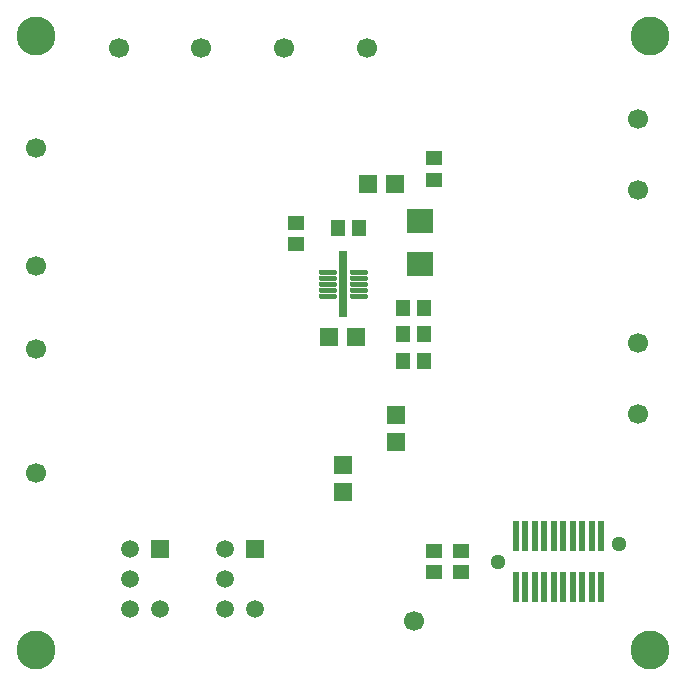
<source format=gts>
G04 Output by ViewMate Pro V11.6.20  PentaLogix*
G04 Fri Sep 23 13:45:53 2016*
%FSLAX25Y25*%
%MOIN*%
%IPPOS*%
%ADD114C,0.1299*%
%ADD115R,0.0276X0.2205*%
%ADD116C,0.0157*%
%ADD117C,0.0669*%
%ADD118R,0.063X0.063*%
%ADD119R,0.0531X0.0512*%
%ADD120R,0.0591X0.0591*%
%ADD121C,0.0591*%
%ADD122R,0.0512X0.0531*%
%ADD123R,0.0906X0.0846*%
%ADD124R,0.0197X0.1024*%
%ADD125C,0.0512*%

%LPD*%
X0Y0D2*D116*G1X121455Y142125D2*X125795D1*X121455*Y140155D2*X125795D1*X121455*Y138195D2*X125795D1*X121455*Y136225D2*X125795D1*X121455*Y134255D2*X125795D1*X121455*X111215D2*X115555D1*X111215*Y136225D2*X115555D1*X111215*Y142125D2*X115555D1*X111215*Y140155D2*X115555D1*X111215*Y138195D2*X115555D1*X111215*D114*X16145Y220865D3*X220865D3*Y16145D3*X16145D3*D115*X118505Y138195D3*D116*X125795Y142125D3*X121455D3*X125795Y140155D3*X121455D3*X125795Y138195D3*X121455D3*X125795Y136225D3*X121455D3*X125795Y134255D3*X121455D3*X115555D3*X111215D3*X115555Y136225D3*X111215D3*X115555Y142125D3*X111215D3*X115555Y140155D3*X111215D3*X115555Y138195D3*X111215D3*D117*X216935Y193305D3*Y169685D3*Y118505D3*Y94885D3*X142125Y25985D3*X16145Y75195D3*Y116535D3*Y144095D3*Y183465D3*X43705Y216935D3*X71265D3*X98825D3*X126375D3*D118*X118505Y68705D3*Y77755D3*X136225Y85435D3*Y94485D3*X113975Y120475D3*X123035D3*X126775Y171655D3*X135825D3*D119*X149015Y180115D3*Y173035D3*X102755Y158465D3*Y151375D3*X157875Y49215D3*Y42125D3*X149015D3*Y49215D3*D120*X57565Y49765D3*X89055D3*D121*X79055Y49765D3*Y39765D3*X89055Y29765D3*X79055D3*X57565D3*X47565D3*Y39765D3*Y49765D3*D122*X116935Y156895D3*X124015D3*X145675Y130315D3*X138585D3*Y121455D3*X145675D3*Y112595D3*X138585D3*D123*X144095Y144785D3*Y159155D3*D124*X176185Y37205D3*X179335D3*X182485D3*X185635D3*X188785D3*X191935D3*X195085D3*X198225D3*X201375D3*X204525D3*Y54135D3*X201375D3*X198225D3*X195085D3*X191935D3*X188785D3*X185635D3*X182485D3*X179335D3*X176185D3*D125*X210435Y51575D3*X170275Y45675D3*X0Y0D2*M02*
</source>
